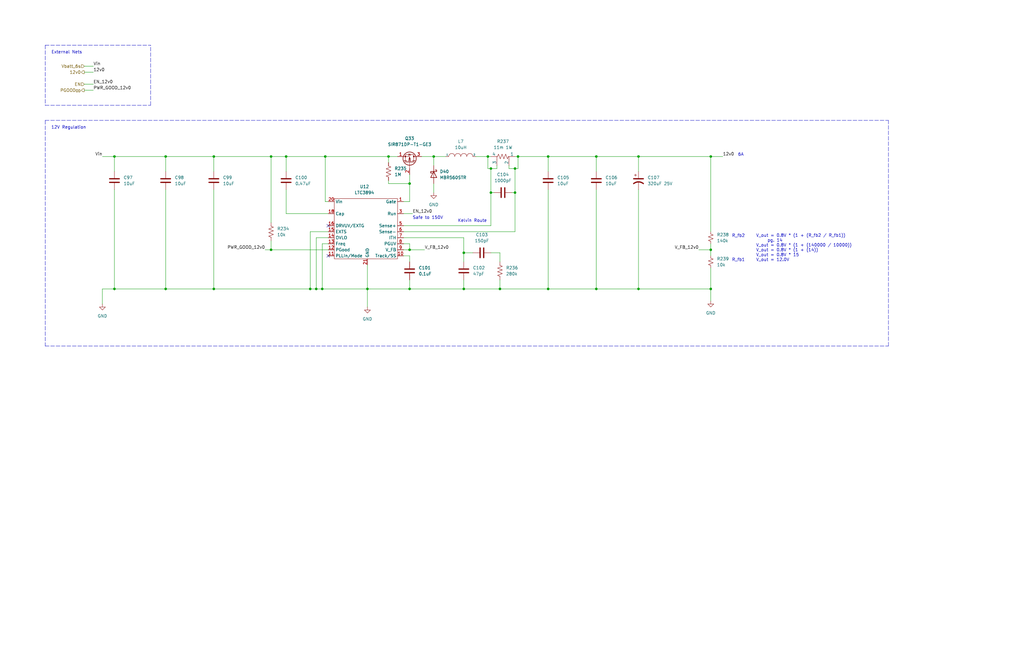
<source format=kicad_sch>
(kicad_sch (version 20211123) (generator eeschema)
  (paper "B")
  (title_block (title "Motorboard") (date "2021-11-14") (rev "1.0.0") (company "The A-Team (RC SSL)") (comment 1 "Designed By: W. Stuckey & R. Osawa") (comment 2 "Reviewed By:"))
  (lib_symbols
    (symbol "Device:C" (pin_numbers hide) (pin_names (offset 0.254))
      (property "Reference" "C" (at 0.635 2.54 0))
      (property "Value" "C" (at 0.635 -2.54 0))
      (symbol "C_0_1"
        (polyline (pts (xy -2.032 -0.762) (xy 2.032 -0.762)) (stroke (width 0.508)))
        (polyline (pts (xy -2.032 0.762) (xy 2.032 0.762)) (stroke (width 0.508)))
      )
      (symbol "C_1_1"
        (pin passive line (at 0 3.81 270) (length 2.794) (name "~") (number "1"))
        (pin passive line (at 0 -3.81 90) (length 2.794) (name "~") (number "2"))
      )
    )
    (symbol "Device:C_Polarized_US" (pin_numbers hide) (pin_names (offset 0.254) hide)
      (property "Reference" "C" (at 0.635 2.54 0))
      (property "Value" "C_Polarized_US" (at 0.635 -2.54 0))
      (symbol "C_Polarized_US_0_1"
        (polyline (pts (xy -2.032 0.762) (xy 2.032 0.762)) (stroke (width 0.508)))
        (polyline (pts (xy -1.778 2.286) (xy -0.762 2.286)))
        (polyline (pts (xy -1.27 1.778) (xy -1.27 2.794)))
        (arc (start 2.032 -1.27) (mid 0 -0.5572) (end -2.032 -1.27) (stroke (width 0.508)))
      )
      (symbol "C_Polarized_US_1_1"
        (pin passive line (at 0 3.81 270) (length 2.794) (name "~") (number "1"))
        (pin passive line (at 0 -3.81 90) (length 3.302) (name "~") (number "2"))
      )
    )
    (symbol "Device:D_Schottky" (pin_numbers hide) (pin_names (offset 1.016) hide)
      (property "Reference" "D" (at 0 2.54 0))
      (property "Value" "D_Schottky" (at 0 -2.54 0))
      (symbol "D_Schottky_0_1"
        (polyline (pts (xy 1.27 0) (xy -1.27 0)))
        (polyline (pts (xy 1.27 1.27) (xy 1.27 -1.27) (xy -1.27 0) (xy 1.27 1.27)) (stroke (width 0.254)))
        (polyline (pts (xy -1.905 0.635) (xy -1.905 1.27) (xy -1.27 1.27) (xy -1.27 -1.27) (xy -0.635 -1.27) (xy -0.635 -0.635)) (stroke (width 0.254)))
      )
      (symbol "D_Schottky_1_1"
        (pin passive line (at -3.81 0 0) (length 2.54) (name "K") (number "1"))
        (pin passive line (at 3.81 0 180) (length 2.54) (name "A") (number "2"))
      )
    )
    (symbol "Device:Q_PMOS_SGD" (pin_names (offset 0) hide)
      (property "Reference" "Q" (at 5.08 1.27 0))
      (property "Value" "Q_PMOS_SGD" (at 5.08 -1.27 0))
      (symbol "Q_PMOS_SGD_0_1"
        (polyline (pts (xy 0.254 0) (xy -2.54 0)))
        (polyline (pts (xy 0.254 1.905) (xy 0.254 -1.905)) (stroke (width 0.254)))
        (polyline (pts (xy 0.762 -1.27) (xy 0.762 -2.286)) (stroke (width 0.254)))
        (polyline (pts (xy 0.762 0.508) (xy 0.762 -0.508)) (stroke (width 0.254)))
        (polyline (pts (xy 0.762 2.286) (xy 0.762 1.27)) (stroke (width 0.254)))
        (polyline (pts (xy 2.54 2.54) (xy 2.54 1.778)))
        (polyline (pts (xy 2.54 -2.54) (xy 2.54 0) (xy 0.762 0)))
        (polyline (pts (xy 0.762 1.778) (xy 3.302 1.778) (xy 3.302 -1.778) (xy 0.762 -1.778)))
        (polyline (pts (xy 2.286 0) (xy 1.27 0.381) (xy 1.27 -0.381) (xy 2.286 0)) (fill (type outline)))
        (polyline (pts (xy 2.794 -0.508) (xy 2.921 -0.381) (xy 3.683 -0.381) (xy 3.81 -0.254)))
        (polyline (pts (xy 3.302 -0.381) (xy 2.921 0.254) (xy 3.683 0.254) (xy 3.302 -0.381)))
        (circle (center 1.651 0) (radius 2.794) (stroke (width 0.254)))
        (circle (center 2.54 -1.778) (radius 0.254) (fill (type outline)))
        (circle (center 2.54 1.778) (radius 0.254) (fill (type outline)))
      )
      (symbol "Q_PMOS_SGD_1_1"
        (pin passive line (at 2.54 -5.08 90) (length 2.54) (name "S") (number "1"))
        (pin input line (at -5.08 0 0) (length 2.54) (name "G") (number "2"))
        (pin passive line (at 2.54 5.08 270) (length 2.54) (name "D") (number "3"))
      )
    )
    (symbol "Device:R_Shunt_US" (pin_numbers hide) (pin_names (offset 0))
      (property "Reference" "R" (at -5.08 0 90))
      (property "Value" "R_Shunt_US" (at -3.048 0 90))
      (symbol "R_Shunt_US_1_1"
        (polyline (pts (xy 0 -2.54) (xy 1.27 -2.54)))
        (polyline (pts (xy 0 -2.286) (xy 0 -2.54)))
        (polyline (pts (xy 0 2.286) (xy 0 2.54)))
        (polyline (pts (xy 1.27 2.54) (xy 0 2.54)))
        (polyline (pts (xy 0 -0.762) (xy 1.016 -1.143) (xy 0 -1.524) (xy -1.016 -1.905) (xy 0 -2.286)))
        (polyline (pts (xy 0 0.762) (xy 1.016 0.381) (xy 0 0) (xy -1.016 -0.381) (xy 0 -0.762)))
        (polyline (pts (xy 0 2.286) (xy 1.016 1.905) (xy 0 1.524) (xy -1.016 1.143) (xy 0 0.762)))
        (pin passive line (at 0 5.08 270) (length 2.54) (name "1") (number "1"))
        (pin passive line (at 3.81 2.54 180) (length 2.54) (name "2") (number "2"))
        (pin passive line (at 3.81 -2.54 180) (length 2.54) (name "3") (number "3"))
        (pin passive line (at 0 -5.08 90) (length 2.54) (name "4") (number "4"))
      )
    )
    (symbol "Device:R_Small_US" (pin_numbers hide) (pin_names (offset 0.254) hide)
      (property "Reference" "R" (at 0.762 0.508 0))
      (property "Value" "R_Small_US" (at 0.762 -1.016 0))
      (symbol "R_Small_US_1_1"
        (polyline (pts (xy 0 0) (xy 1.016 -0.381) (xy 0 -0.762) (xy -1.016 -1.143) (xy 0 -1.524)))
        (polyline (pts (xy 0 1.524) (xy 1.016 1.143) (xy 0 0.762) (xy -1.016 0.381) (xy 0 0)))
        (pin passive line (at 0 2.54 270) (length 1.016) (name "~") (number "1"))
        (pin passive line (at 0 -2.54 90) (length 1.016) (name "~") (number "2"))
      )
    )
    (symbol "Device:R_US" (pin_numbers hide) (pin_names (offset 0))
      (property "Reference" "R" (at 2.54 0 90))
      (property "Value" "R_US" (at -2.54 0 90))
      (symbol "R_US_0_1"
        (polyline (pts (xy 0 -2.286) (xy 0 -2.54)))
        (polyline (pts (xy 0 2.286) (xy 0 2.54)))
        (polyline (pts (xy 0 -0.762) (xy 1.016 -1.143) (xy 0 -1.524) (xy -1.016 -1.905) (xy 0 -2.286)))
        (polyline (pts (xy 0 0.762) (xy 1.016 0.381) (xy 0 0) (xy -1.016 -0.381) (xy 0 -0.762)))
        (polyline (pts (xy 0 2.286) (xy 1.016 1.905) (xy 0 1.524) (xy -1.016 1.143) (xy 0 0.762)))
      )
      (symbol "R_US_1_1"
        (pin passive line (at 0 3.81 270) (length 1.27) (name "~") (number "1"))
        (pin passive line (at 0 -3.81 90) (length 1.27) (name "~") (number "2"))
      )
    )
    (symbol "ltc_regulators:LTC3894"
      (property "Reference" "U" (at -12.7 -15.24 0))
      (property "Value" "LTC3894" (at -8.89 12.7 0))
      (symbol "LTC3894_0_1"
        (rectangle (start -13.97 11.43) (end 12.7 -13.97) (stroke (width 0.1524)))
      )
      (symbol "LTC3894_1_1"
        (pin output line (at 15.24 10.16 180) (length 2.54) (name "Gate") (number "1"))
        (pin bidirectional line (at 15.24 -12.7 180) (length 2.54) (name "Track/SS") (number "10"))
        (pin input line (at -16.51 -12.7 0) (length 2.54) (name "PLLIn/Mode") (number "11"))
        (pin bidirectional line (at -16.51 -10.16 0) (length 2.54) (name "PGood") (number "12"))
        (pin passive line (at -16.51 -7.62 0) (length 2.54) (name "Freq") (number "13"))
        (pin input line (at -16.51 -5.08 0) (length 2.54) (name "OVLO") (number "14"))
        (pin passive line (at -16.51 -2.54 0) (length 2.54) (name "EXTS") (number "15"))
        (pin bidirectional line (at -16.51 0 0) (length 2.54) (name "DRVUV/EXTG") (number "16"))
        (pin bidirectional line (at -16.51 5.08 0) (length 2.54) (name "Cap") (number "18"))
        (pin power_in line (at -16.51 10.16 0) (length 2.54) (name "Vin") (number "20"))
        (pin power_in line (at 0 -16.51 90) (length 2.54) (name "GND") (number "21"))
        (pin input line (at 15.24 5.08 180) (length 2.54) (name "Run") (number "3"))
        (pin input line (at 15.24 0 180) (length 2.54) (name "Sense+") (number "5"))
        (pin input line (at 15.24 -2.54 180) (length 2.54) (name "Sense-") (number "6"))
        (pin bidirectional line (at 15.24 -5.08 180) (length 2.54) (name "ITH") (number "7"))
        (pin input line (at 15.24 -7.62 180) (length 2.54) (name "PGUV") (number "8"))
        (pin input line (at 15.24 -10.16 180) (length 2.54) (name "V_FB") (number "9"))
      )
    )
    (symbol "power:GND" (power) (pin_names (offset 0))
      (property "Value" "GND" (at 0 -3.81 0))
      (symbol "GND_0_1"
        (polyline (pts (xy 0 0) (xy 0 -1.27) (xy 1.27 -1.27) (xy 0 -2.54) (xy -1.27 -1.27) (xy 0 -1.27)))
      )
      (symbol "GND_1_1"
        (pin power_in line (at 0 0 270) (length 0) hide (name "GND") (number "1"))
      )
    )
    (symbol "pspice:INDUCTOR" (pin_numbers hide) (pin_names (offset 0))
      (property "Reference" "L" (at 0 2.54 0))
      (property "Value" "INDUCTOR" (at 0 -1.27 0))
      (symbol "INDUCTOR_0_1"
        (arc (start -2.54 0) (mid -3.81 1.27) (end -5.08 0))
        (arc (start 0 0) (mid -1.27 1.27) (end -2.54 0))
        (arc (start 2.54 0) (mid 1.27 1.27) (end 0 0))
        (arc (start 5.08 0) (mid 3.81 1.27) (end 2.54 0))
      )
      (symbol "INDUCTOR_1_1"
        (pin input line (at -6.35 0 0) (length 1.27) (name "1") (number "1"))
        (pin input line (at 6.35 0 180) (length 1.27) (name "2") (number "2"))
      )
    )
  )
  (junction (at 90.17 121.92) (diameter 0.9144))
  (junction (at 48.26 121.92) (diameter 0.9144))
  (junction (at 195.58 121.92) (diameter 0.9144))
  (junction (at 135.89 121.92) (diameter 0.9144))
  (junction (at 205.74 66.04) (diameter 0.9144))
  (junction (at 299.72 121.92) (diameter 0.9144))
  (junction (at 114.3 105.41) (diameter 0.9144))
  (junction (at 133.35 121.92) (diameter 0.9144))
  (junction (at 299.72 105.41) (diameter 0.9144))
  (junction (at 217.17 81.28) (diameter 0.9144))
  (junction (at 69.85 66.04) (diameter 0.9144))
  (junction (at 48.26 66.04) (diameter 0.9144))
  (junction (at 120.65 66.04) (diameter 0.9144))
  (junction (at 172.72 121.92) (diameter 0.9144))
  (junction (at 251.46 121.92) (diameter 0.9144))
  (junction (at 130.81 121.92) (diameter 0.9144))
  (junction (at 114.3 66.04) (diameter 0.9144))
  (junction (at 299.72 66.04) (diameter 0.9144))
  (junction (at 218.44 66.04) (diameter 0.9144))
  (junction (at 195.58 106.68) (diameter 0.9144))
  (junction (at 210.82 121.92) (diameter 0.9144))
  (junction (at 137.16 66.04) (diameter 0.9144))
  (junction (at 207.01 71.12) (diameter 0.9144))
  (junction (at 251.46 66.04) (diameter 0.9144))
  (junction (at 231.14 66.04) (diameter 0.9144))
  (junction (at 207.01 81.28) (diameter 0.9144))
  (junction (at 172.72 77.47) (diameter 0.9144))
  (junction (at 231.14 121.92) (diameter 0.9144))
  (junction (at 217.17 71.12) (diameter 0.9144))
  (junction (at 90.17 66.04) (diameter 0.9144))
  (junction (at 269.24 66.04) (diameter 0.9144))
  (junction (at 182.88 66.04) (diameter 0.9144))
  (junction (at 69.85 121.92) (diameter 0.9144))
  (junction (at 269.24 121.92) (diameter 0.9144))
  (junction (at 172.72 105.41) (diameter 0.9144))
  (junction (at 163.83 66.04) (diameter 0.9144))
  (junction (at 154.94 121.92) (diameter 0.9144))
  (no_connect (at 138.43 95.25))
  (no_connect (at 138.43 107.95))
  (wire (pts (xy 215.9 81.28) (xy 217.17 81.28)))
  (wire (pts (xy 137.16 66.04) (xy 137.16 85.09)))
  (wire (pts (xy 172.72 85.09) (xy 172.72 77.47)))
  (wire (pts (xy 138.43 85.09) (xy 137.16 85.09)))
  (wire (pts (xy 114.3 66.04) (xy 120.65 66.04)))
  (wire (pts (xy 299.72 102.87) (xy 299.72 105.41)))
  (wire (pts (xy 195.58 106.68) (xy 199.39 106.68)))
  (wire (pts (xy 207.01 106.68) (xy 210.82 106.68)))
  (wire (pts (xy 218.44 66.04) (xy 218.44 71.12)))
  (wire (pts (xy 90.17 66.04) (xy 114.3 66.04)))
  (wire (pts (xy 69.85 66.04) (xy 90.17 66.04)))
  (wire (pts (xy 231.14 66.04) (xy 231.14 72.39)))
  (wire (pts (xy 163.83 66.04) (xy 137.16 66.04)))
  (wire (pts (xy 170.18 107.95) (xy 172.72 107.95)))
  (wire (pts (xy 218.44 66.04) (xy 231.14 66.04)))
  (wire (pts (xy 182.88 66.04) (xy 187.96 66.04)))
  (wire (pts (xy 299.72 105.41) (xy 299.72 107.95)))
  (wire (pts (xy 170.18 85.09) (xy 172.72 85.09)))
  (wire (pts (xy 163.83 76.2) (xy 163.83 77.47)))
  (wire (pts (xy 172.72 77.47) (xy 172.72 73.66)))
  (wire (pts (xy 170.18 105.41) (xy 172.72 105.41)))
  (wire (pts (xy 43.18 121.92) (xy 43.18 128.27)))
  (wire (pts (xy 69.85 80.01) (xy 69.85 121.92)))
  (wire (pts (xy 163.83 77.47) (xy 172.72 77.47)))
  (wire (pts (xy 251.46 121.92) (xy 269.24 121.92)))
  (wire (pts (xy 251.46 66.04) (xy 251.46 72.39)))
  (wire (pts (xy 170.18 95.25) (xy 207.01 95.25)))
  (wire (pts (xy 299.72 113.03) (xy 299.72 121.92)))
  (wire (pts (xy 205.74 66.04) (xy 207.01 66.04)))
  (wire (pts (xy 48.26 121.92) (xy 43.18 121.92)))
  (wire (pts (xy 90.17 80.01) (xy 90.17 121.92)))
  (wire (pts (xy 133.35 121.92) (xy 135.89 121.92)))
  (wire (pts (xy 299.72 66.04) (xy 304.8 66.04)))
  (wire (pts (xy 195.58 106.68) (xy 195.58 100.33)))
  (wire (pts (xy 138.43 100.33) (xy 133.35 100.33)))
  (wire (pts (xy 207.01 71.12) (xy 207.01 81.28)))
  (wire (pts (xy 35.56 30.48) (xy 39.37 30.48)))
  (wire (pts (xy 231.14 80.01) (xy 231.14 121.92)))
  (wire (pts (xy 214.63 69.85) (xy 214.63 71.12)))
  (wire (pts (xy 114.3 105.41) (xy 138.43 105.41)))
  (wire (pts (xy 195.58 121.92) (xy 210.82 121.92)))
  (wire (pts (xy 172.72 105.41) (xy 179.07 105.41)))
  (wire (pts (xy 269.24 121.92) (xy 299.72 121.92)))
  (wire (pts (xy 154.94 111.76) (xy 154.94 121.92)))
  (wire (pts (xy 35.56 38.1) (xy 39.37 38.1)))
  (wire (pts (xy 90.17 121.92) (xy 130.81 121.92)))
  (wire (pts (xy 217.17 71.12) (xy 217.17 81.28)))
  (wire (pts (xy 218.44 71.12) (xy 217.17 71.12)))
  (wire (pts (xy 210.82 121.92) (xy 231.14 121.92)))
  (wire (pts (xy 69.85 66.04) (xy 69.85 72.39)))
  (wire (pts (xy 120.65 66.04) (xy 137.16 66.04)))
  (wire (pts (xy 195.58 118.11) (xy 195.58 121.92)))
  (polyline (pts (xy 19.05 19.05) (xy 19.05 44.45)) (stroke (width 0) (type dash)))
  (polyline (pts (xy 19.05 19.05) (xy 63.5 19.05)) (stroke (width 0) (type dash)))
  (polyline (pts (xy 19.05 44.45) (xy 63.5 44.45)) (stroke (width 0) (type dash)))
  (polyline (pts (xy 63.5 44.45) (xy 63.5 19.05)) (stroke (width 0) (type dash)))
  (wire (pts (xy 251.46 66.04) (xy 269.24 66.04)))
  (wire (pts (xy 182.88 66.04) (xy 182.88 69.85)))
  (wire (pts (xy 210.82 118.11) (xy 210.82 121.92)))
  (wire (pts (xy 130.81 121.92) (xy 133.35 121.92)))
  (wire (pts (xy 195.58 110.49) (xy 195.58 106.68)))
  (wire (pts (xy 182.88 77.47) (xy 182.88 81.28)))
  (wire (pts (xy 172.72 107.95) (xy 172.72 110.49)))
  (wire (pts (xy 48.26 66.04) (xy 48.26 72.39)))
  (wire (pts (xy 114.3 101.6) (xy 114.3 105.41)))
  (wire (pts (xy 48.26 121.92) (xy 69.85 121.92)))
  (wire (pts (xy 35.56 35.56) (xy 39.37 35.56)))
  (wire (pts (xy 172.72 121.92) (xy 195.58 121.92)))
  (wire (pts (xy 135.89 102.87) (xy 135.89 121.92)))
  (wire (pts (xy 135.89 121.92) (xy 154.94 121.92)))
  (wire (pts (xy 209.55 69.85) (xy 209.55 71.12)))
  (wire (pts (xy 172.72 118.11) (xy 172.72 121.92)))
  (wire (pts (xy 251.46 80.01) (xy 251.46 121.92)))
  (wire (pts (xy 177.8 66.04) (xy 182.88 66.04)))
  (wire (pts (xy 231.14 121.92) (xy 251.46 121.92)))
  (wire (pts (xy 210.82 106.68) (xy 210.82 110.49)))
  (wire (pts (xy 90.17 66.04) (xy 90.17 72.39)))
  (wire (pts (xy 163.83 66.04) (xy 163.83 68.58)))
  (wire (pts (xy 154.94 121.92) (xy 154.94 129.54)))
  (wire (pts (xy 120.65 66.04) (xy 120.65 72.39)))
  (wire (pts (xy 217.17 71.12) (xy 214.63 71.12)))
  (wire (pts (xy 138.43 102.87) (xy 135.89 102.87)))
  (wire (pts (xy 170.18 102.87) (xy 172.72 102.87)))
  (wire (pts (xy 170.18 97.79) (xy 217.17 97.79)))
  (wire (pts (xy 207.01 71.12) (xy 209.55 71.12)))
  (wire (pts (xy 120.65 90.17) (xy 138.43 90.17)))
  (wire (pts (xy 217.17 66.04) (xy 218.44 66.04)))
  (wire (pts (xy 69.85 121.92) (xy 90.17 121.92)))
  (wire (pts (xy 205.74 71.12) (xy 207.01 71.12)))
  (wire (pts (xy 200.66 66.04) (xy 205.74 66.04)))
  (wire (pts (xy 167.64 66.04) (xy 163.83 66.04)))
  (wire (pts (xy 120.65 80.01) (xy 120.65 90.17)))
  (wire (pts (xy 269.24 80.01) (xy 269.24 121.92)))
  (wire (pts (xy 111.76 105.41) (xy 114.3 105.41)))
  (wire (pts (xy 207.01 81.28) (xy 208.28 81.28)))
  (wire (pts (xy 207.01 81.28) (xy 207.01 95.25)))
  (wire (pts (xy 294.64 105.41) (xy 299.72 105.41)))
  (wire (pts (xy 43.18 66.04) (xy 48.26 66.04)))
  (wire (pts (xy 170.18 90.17) (xy 173.99 90.17)))
  (wire (pts (xy 154.94 121.92) (xy 172.72 121.92)))
  (wire (pts (xy 172.72 102.87) (xy 172.72 105.41)))
  (wire (pts (xy 231.14 66.04) (xy 251.46 66.04)))
  (wire (pts (xy 48.26 66.04) (xy 69.85 66.04)))
  (wire (pts (xy 170.18 100.33) (xy 195.58 100.33)))
  (wire (pts (xy 269.24 66.04) (xy 269.24 72.39)))
  (wire (pts (xy 130.81 97.79) (xy 130.81 121.92)))
  (wire (pts (xy 138.43 97.79) (xy 130.81 97.79)))
  (polyline (pts (xy 19.05 50.8) (xy 19.05 146.05)) (stroke (width 0) (type dash)))
  (polyline (pts (xy 19.05 50.8) (xy 374.65 50.8)) (stroke (width 0) (type dash)))
  (polyline (pts (xy 19.05 146.05) (xy 374.65 146.05)) (stroke (width 0) (type dash)))
  (polyline (pts (xy 374.65 146.05) (xy 374.65 50.8)) (stroke (width 0) (type dash)))
  (wire (pts (xy 133.35 100.33) (xy 133.35 121.92)))
  (wire (pts (xy 114.3 66.04) (xy 114.3 93.98)))
  (wire (pts (xy 35.56 27.94) (xy 39.37 27.94)))
  (wire (pts (xy 269.24 66.04) (xy 299.72 66.04)))
  (wire (pts (xy 205.74 66.04) (xy 205.74 71.12)))
  (wire (pts (xy 48.26 80.01) (xy 48.26 121.92)))
  (wire (pts (xy 299.72 121.92) (xy 299.72 127)))
  (wire (pts (xy 299.72 66.04) (xy 299.72 97.79)))
  (wire (pts (xy 217.17 81.28) (xy 217.17 97.79)))
  (text "R_fb1\n" (at 308.61 110.49 0) (effects (font (size 1.27 1.27)) (justify left bottom)))
  (text "Kelvin Route" (at 193.04 93.98 0) (effects (font (size 1.27 1.27)) (justify left bottom)))
  (text "Safe to 150V" (at 173.99 92.71 0) (effects (font (size 1.27 1.27)) (justify left bottom)))
  (text "6A" (at 311.15 66.04 0) (effects (font (size 1.27 1.27)) (justify left bottom)))
  (text "12V Regulation" (at 21.59 54.61 0) (effects (font (size 1.27 1.27)) (justify left bottom)))
  (text "V_out = 0.8V * (1 + (R_fb2 / R_fb1))\n	pg. 14\nV_out = 0.8V * (1 + (140000 / 10000))\nV_out = 0.8V * (1 + (14))\nV_out = 0.8V * 15\nV_out = 12.0V" (at 318.77 110.49 0) (effects (font (size 1.27 1.27)) (justify left bottom)))
  (text "External Nets" (at 21.59 22.86 0) (effects (font (size 1.27 1.27)) (justify left bottom)))
  (text "R_fb2" (at 308.61 100.33 0) (effects (font (size 1.27 1.27)) (justify left bottom)))
  (label "Vin" (at 39.37 27.94 0))
  (label "12v0" (at 39.37 30.48 0))
  (label "12v0" (at 304.8 66.04 0))
  (label "V_FB_12v0" (at 294.64 105.41 180))
  (label "EN_12v0" (at 39.37 35.56 0))
  (label "Vin" (at 43.18 66.04 180))
  (label "PWR_GOOD_12v0" (at 39.37 38.1 0))
  (label "V_FB_12v0" (at 179.07 105.41 0))
  (label "PWR_GOOD_12v0" (at 111.76 105.41 180))
  (label "EN_12v0" (at 173.99 90.17 0))
  (hierarchical_label "PGOOD_{OD}" (shape output) (at 35.56 38.1 180))
  (hierarchical_label "Vbatt_6s" (shape input) (at 35.56 27.94 180))
  (hierarchical_label "12v0" (shape output) (at 35.56 30.48 180))
  (hierarchical_label "EN" (shape input) (at 35.56 35.56 180))
  (symbol (lib_id "Device:R_Small_US") (at 299.72 100.33 0) (unit 1)
    (property "Reference" "R238" (at 302.26 99.0599 0) (effects (justify left)))
    (property "Value" "140k" (at 302.26 101.5999 0) (effects (justify left)))
    (property "Footprint" "Resistor_SMD:R_0402_1005Metric_Pad0.72x0.64mm_HandSolder" (effects hide))
  )
  (symbol (lib_id "Device:C") (at 120.65 76.2 0) (unit 1)
    (property "Reference" "C100" (at 124.46 74.9299 0) (effects (justify left)))
    (property "Value" "0.47uF" (at 124.46 77.4699 0) (effects (justify left)))
    (property "Footprint" "Capacitor_SMD:C_0402_1005Metric_Pad0.74x0.62mm_HandSolder" (effects hide))
  )
  (symbol (lib_id "Device:R_US") (at 114.3 97.79 180) (unit 1)
    (property "Reference" "R234" (at 116.84 96.5199 0) (effects (justify right)))
    (property "Value" "10k" (at 116.84 99.0599 0) (effects (justify right)))
    (property "Footprint" "Resistor_SMD:R_0402_1005Metric_Pad0.72x0.64mm_HandSolder" (effects hide))
  )
  (symbol (lib_id "pspice:INDUCTOR") (at 194.31 66.04 0) (unit 1)
    (property "Reference" "L7" (at 194.31 59.69 0))
    (property "Value" "10uH" (at 194.31 62.23 0))
    (property "Datasheet" "https://www.digikey.com/en/products/detail/sumida-america-components-inc/104CDMCCDS-100MC/5812441" (effects hide))
  )
  (symbol (lib_id "Device:C") (at 212.09 81.28 90) (unit 1)
    (property "Reference" "C104" (at 212.09 73.66 90))
    (property "Value" "1000pF" (at 212.09 76.2 90))
    (property "Footprint" "Capacitor_SMD:C_0402_1005Metric_Pad0.74x0.62mm_HandSolder" (effects hide))
  )
  (symbol (lib_id "Device:D_Schottky") (at 182.88 73.66 270) (unit 1)
    (property "Reference" "D40" (at 185.42 72.3899 90) (effects (justify left)))
    (property "Value" "MBR560STR" (at 185.42 74.9299 90) (effects (justify left)))
    (property "Datasheet" "https://www.digikey.com/en/products/detail/smc-diode-solutions/MBR560STR/6022530" (effects hide))
  )
  (symbol (lib_id "Device:C") (at 203.2 106.68 90) (unit 1)
    (property "Reference" "C103" (at 203.2 99.06 90))
    (property "Value" "150pF" (at 203.2 101.6 90))
    (property "Footprint" "Capacitor_SMD:C_0402_1005Metric_Pad0.74x0.62mm_HandSolder" (effects hide))
  )
  (symbol (lib_id "Device:C") (at 69.85 76.2 0) (unit 1)
    (property "Reference" "C98" (at 73.66 74.9299 0) (effects (justify left)))
    (property "Value" "10uF" (at 73.66 77.4699 0) (effects (justify left)))
    (property "Footprint" "Capacitor_SMD:C_1210_3225Metric_Pad1.33x2.70mm_HandSolder" (effects hide))
  )
  (symbol (lib_id "ltc_regulators:LTC3894") (at 154.94 95.25 0) (unit 1)
    (property "Reference" "U12" (at 153.67 78.74 0))
    (property "Value" "LTC3894" (at 153.67 81.28 0))
  )
  (symbol (lib_id "Device:C") (at 251.46 76.2 0) (unit 1)
    (property "Reference" "C106" (at 255.27 74.9299 0) (effects (justify left)))
    (property "Value" "10uF" (at 255.27 77.4699 0) (effects (justify left)))
    (property "Footprint" "Capacitor_SMD:C_1210_3225Metric_Pad1.33x2.70mm_HandSolder" (effects hide))
  )
  (symbol (lib_id "Device:R_US") (at 210.82 114.3 0) (unit 1)
    (property "Reference" "R236" (at 213.36 113.0299 0) (effects (justify left)))
    (property "Value" "280k" (at 213.36 115.5699 0) (effects (justify left)))
    (property "Footprint" "Resistor_SMD:R_0402_1005Metric_Pad0.72x0.64mm_HandSolder" (effects hide))
  )
  (symbol (lib_id "power:GND") (at 43.18 128.27 0) (unit 1)
    (property "Reference" "#PWR0163" (effects hide))
    (property "Value" "GND" (at 43.18 133.35 0))
  )
  (symbol (lib_id "Device:C") (at 195.58 114.3 0) (unit 1)
    (property "Reference" "C102" (at 199.39 113.0299 0) (effects (justify left)))
    (property "Value" "47pF" (at 199.39 115.5699 0) (effects (justify left)))
    (property "Footprint" "Capacitor_SMD:C_0402_1005Metric_Pad0.74x0.62mm_HandSolder" (effects hide))
  )
  (symbol (lib_id "Device:C_Polarized_US") (at 269.24 76.2 0) (unit 1)
    (property "Reference" "C107" (at 273.05 74.9299 0) (effects (justify left)))
    (property "Value" "320uF 25V" (at 273.05 77.4699 0) (effects (justify left)))
    (property "Footprint" "Capacitor_THT:C_Radial_D8.0mm_H11.5mm_P3.50mm" (effects hide))
    (property "Datasheet" "https://www.digikey.com/en/products/detail/surge/RXK331M1EBK-0815S/12321824" (effects hide))
  )
  (symbol (lib_id "Device:C") (at 90.17 76.2 0) (unit 1)
    (property "Reference" "C99" (at 93.98 74.9299 0) (effects (justify left)))
    (property "Value" "10uF" (at 93.98 77.4699 0) (effects (justify left)))
    (property "Footprint" "Capacitor_SMD:C_1210_3225Metric_Pad1.33x2.70mm_HandSolder" (effects hide))
  )
  (symbol (lib_id "Device:R_Shunt_US") (at 212.09 66.04 270) (unit 1)
    (property "Reference" "R237" (at 212.09 59.69 90))
    (property "Value" "11m 1W" (at 212.09 62.23 90))
    (property "Datasheet" "https://www.digikey.com/en/products/detail/panasonic-electronic-components/ERJ-8CWFR011V/4926998" (effects hide))
  )
  (symbol (lib_id "Device:R_Small_US") (at 299.72 110.49 0) (unit 1)
    (property "Reference" "R239" (at 302.26 109.2199 0) (effects (justify left)))
    (property "Value" "10k" (at 302.26 111.7599 0) (effects (justify left)))
    (property "Footprint" "Resistor_SMD:R_0402_1005Metric_Pad0.72x0.64mm_HandSolder" (effects hide))
  )
  (symbol (lib_id "Device:C") (at 48.26 76.2 0) (unit 1)
    (property "Reference" "C97" (at 52.07 74.9299 0) (effects (justify left)))
    (property "Value" "10uF" (at 52.07 77.4699 0) (effects (justify left)))
    (property "Footprint" "Capacitor_SMD:C_1210_3225Metric_Pad1.33x2.70mm_HandSolder" (effects hide))
  )
  (symbol (lib_id "Device:C") (at 231.14 76.2 0) (unit 1)
    (property "Reference" "C105" (at 234.95 74.9299 0) (effects (justify left)))
    (property "Value" "10uF" (at 234.95 77.4699 0) (effects (justify left)))
    (property "Footprint" "Capacitor_SMD:C_1210_3225Metric_Pad1.33x2.70mm_HandSolder" (effects hide))
  )
  (symbol (lib_id "power:GND") (at 154.94 129.54 0) (unit 1)
    (property "Reference" "#PWR0164" (effects hide))
    (property "Value" "GND" (at 154.94 134.62 0))
  )
  (symbol (lib_id "Device:Q_PMOS_SGD") (at 172.72 68.58 270) (mirror x) (unit 1)
    (property "Reference" "Q33" (at 172.72 58.42 90))
    (property "Value" "SIR871DP-T1-GE3" (at 172.72 60.96 90))
    (property "Footprint" "Package_TO_SOT_SMD:Vishay_PowerPAK_SC70-6L_Single" (effects hide))
  )
  (symbol (lib_id "power:GND") (at 182.88 81.28 0) (unit 1)
    (property "Reference" "#PWR0165" (effects hide))
    (property "Value" "GND" (at 182.88 86.36 0))
  )
  (symbol (lib_id "Device:R_US") (at 163.83 72.39 0) (unit 1)
    (property "Reference" "R235" (at 166.37 71.1199 0) (effects (justify left)))
    (property "Value" "1M" (at 166.37 73.6599 0) (effects (justify left)))
    (property "Footprint" "Resistor_SMD:R_0402_1005Metric_Pad0.72x0.64mm_HandSolder" (effects hide))
  )
  (symbol (lib_id "power:GND") (at 299.72 127 0) (unit 1)
    (property "Reference" "#PWR0166" (effects hide))
    (property "Value" "GND" (at 299.72 132.08 0))
  )
  (symbol (lib_id "Device:C") (at 172.72 114.3 0) (unit 1)
    (property "Reference" "C101" (at 176.53 113.0299 0) (effects (justify left)))
    (property "Value" "0.1uF" (at 176.53 115.5699 0) (effects (justify left)))
    (property "Footprint" "Capacitor_SMD:C_0402_1005Metric_Pad0.74x0.62mm_HandSolder" (effects hide))
  )
)
</source>
